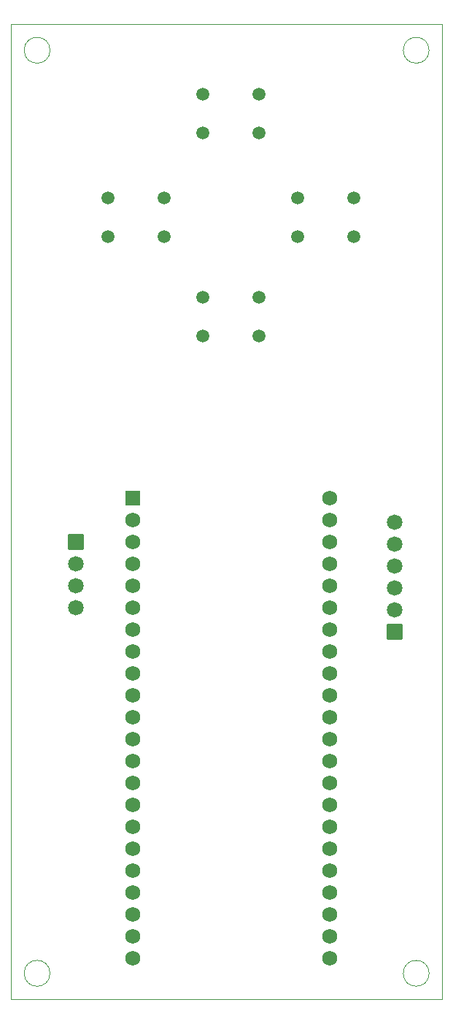
<source format=gbr>
%TF.GenerationSoftware,KiCad,Pcbnew,8.0.6*%
%TF.CreationDate,2024-11-20T17:32:44-08:00*%
%TF.ProjectId,hardware_password,68617264-7761-4726-955f-70617373776f,rev?*%
%TF.SameCoordinates,Original*%
%TF.FileFunction,Soldermask,Bot*%
%TF.FilePolarity,Negative*%
%FSLAX46Y46*%
G04 Gerber Fmt 4.6, Leading zero omitted, Abs format (unit mm)*
G04 Created by KiCad (PCBNEW 8.0.6) date 2024-11-20 17:32:44*
%MOMM*%
%LPD*%
G01*
G04 APERTURE LIST*
G04 Aperture macros list*
%AMRoundRect*
0 Rectangle with rounded corners*
0 $1 Rounding radius*
0 $2 $3 $4 $5 $6 $7 $8 $9 X,Y pos of 4 corners*
0 Add a 4 corners polygon primitive as box body*
4,1,4,$2,$3,$4,$5,$6,$7,$8,$9,$2,$3,0*
0 Add four circle primitives for the rounded corners*
1,1,$1+$1,$2,$3*
1,1,$1+$1,$4,$5*
1,1,$1+$1,$6,$7*
1,1,$1+$1,$8,$9*
0 Add four rect primitives between the rounded corners*
20,1,$1+$1,$2,$3,$4,$5,0*
20,1,$1+$1,$4,$5,$6,$7,0*
20,1,$1+$1,$6,$7,$8,$9,0*
20,1,$1+$1,$8,$9,$2,$3,0*%
G04 Aperture macros list end*
%ADD10C,1.507998*%
%ADD11RoundRect,0.102000X-0.802500X0.802500X-0.802500X-0.802500X0.802500X-0.802500X0.802500X0.802500X0*%
%ADD12C,1.809000*%
%ADD13RoundRect,0.102000X-0.765000X-0.765000X0.765000X-0.765000X0.765000X0.765000X-0.765000X0.765000X0*%
%ADD14C,1.734000*%
%ADD15RoundRect,0.102000X0.802500X-0.802500X0.802500X0.802500X-0.802500X0.802500X-0.802500X-0.802500X0*%
%TA.AperFunction,Profile*%
%ADD16C,0.100000*%
%TD*%
G04 APERTURE END LIST*
D10*
%TO.C,SW2*%
X110249999Y-58604900D03*
X116750001Y-58604900D03*
X110249999Y-63104901D03*
X116750001Y-63104901D03*
%TD*%
D11*
%TO.C,J1*%
X95500000Y-110460000D03*
D12*
X95500000Y-113000000D03*
X95500000Y-115540000D03*
X95500000Y-118080000D03*
%TD*%
D13*
%TO.C,U1*%
X102140000Y-105440000D03*
D14*
X102140000Y-107980000D03*
X102140000Y-110520000D03*
X102140000Y-113060000D03*
X102140000Y-115600000D03*
X102140000Y-118140000D03*
X102140000Y-120680000D03*
X102140000Y-123220000D03*
X102140000Y-125760000D03*
X102140000Y-128300000D03*
X102140000Y-130840000D03*
X102140000Y-133380000D03*
X102140000Y-135920000D03*
X102140000Y-138460000D03*
X102140000Y-141000000D03*
X102140000Y-143540000D03*
X102140000Y-146080000D03*
X102140000Y-148620000D03*
X102140000Y-151160000D03*
X102140000Y-153700000D03*
X102140000Y-156240000D03*
X102140000Y-158780000D03*
X125000000Y-105440000D03*
X125000000Y-107980000D03*
X125000000Y-110520000D03*
X125000000Y-113060000D03*
X125000000Y-115600000D03*
X125000000Y-118140000D03*
X125000000Y-120680000D03*
X125000000Y-123220000D03*
X125000000Y-125760000D03*
X125000000Y-128300000D03*
X125000000Y-130840000D03*
X125000000Y-133380000D03*
X125000000Y-135920000D03*
X125000000Y-138460000D03*
X125000000Y-141000000D03*
X125000000Y-143540000D03*
X125000000Y-146080000D03*
X125000000Y-148620000D03*
X125000000Y-151160000D03*
X125000000Y-153700000D03*
X125000000Y-156240000D03*
X125000000Y-158780000D03*
%TD*%
D10*
%TO.C,SW4*%
X110249999Y-82104900D03*
X116750001Y-82104900D03*
X110249999Y-86604901D03*
X116750001Y-86604901D03*
%TD*%
D15*
%TO.C,J2*%
X132500000Y-120879000D03*
D12*
X132500000Y-118339000D03*
X132500000Y-115799000D03*
X132500000Y-113259000D03*
X132500000Y-110719000D03*
X132500000Y-108179000D03*
%TD*%
D10*
%TO.C,SW1*%
X121249999Y-70604900D03*
X127750001Y-70604900D03*
X121249999Y-75104901D03*
X127750001Y-75104901D03*
%TD*%
%TO.C,SW3*%
X99249999Y-70604900D03*
X105750001Y-70604900D03*
X99249999Y-75104901D03*
X105750001Y-75104901D03*
%TD*%
D16*
X92500000Y-53500000D02*
G75*
G02*
X89500000Y-53500000I-1500000J0D01*
G01*
X89500000Y-53500000D02*
G75*
G02*
X92500000Y-53500000I1500000J0D01*
G01*
X136500000Y-53500000D02*
G75*
G02*
X133500000Y-53500000I-1500000J0D01*
G01*
X133500000Y-53500000D02*
G75*
G02*
X136500000Y-53500000I1500000J0D01*
G01*
X88000000Y-50500000D02*
X138000000Y-50500000D01*
X138000000Y-163500000D01*
X88000000Y-163500000D01*
X88000000Y-50500000D01*
X92500000Y-160500000D02*
G75*
G02*
X89500000Y-160500000I-1500000J0D01*
G01*
X89500000Y-160500000D02*
G75*
G02*
X92500000Y-160500000I1500000J0D01*
G01*
X136500000Y-160500000D02*
G75*
G02*
X133500000Y-160500000I-1500000J0D01*
G01*
X133500000Y-160500000D02*
G75*
G02*
X136500000Y-160500000I1500000J0D01*
G01*
M02*

</source>
